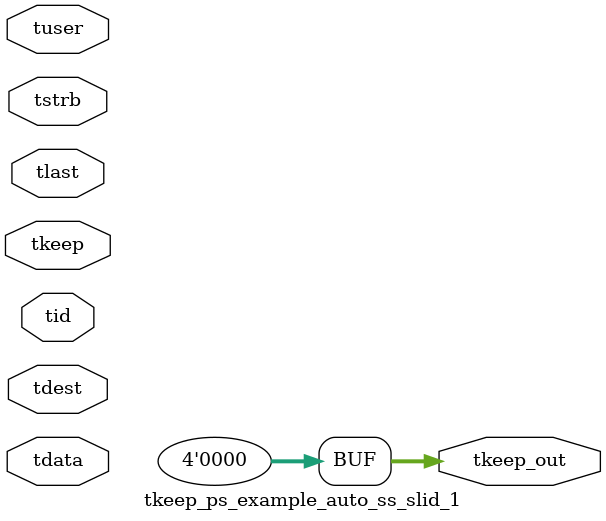
<source format=v>


`timescale 1ps/1ps

module tkeep_ps_example_auto_ss_slid_1 #
(
parameter C_S_AXIS_TDATA_WIDTH = 32,
parameter C_S_AXIS_TUSER_WIDTH = 0,
parameter C_S_AXIS_TID_WIDTH   = 0,
parameter C_S_AXIS_TDEST_WIDTH = 0,
parameter C_M_AXIS_TDATA_WIDTH = 32
)
(
input  [(C_S_AXIS_TDATA_WIDTH == 0 ? 1 : C_S_AXIS_TDATA_WIDTH)-1:0     ] tdata,
input  [(C_S_AXIS_TUSER_WIDTH == 0 ? 1 : C_S_AXIS_TUSER_WIDTH)-1:0     ] tuser,
input  [(C_S_AXIS_TID_WIDTH   == 0 ? 1 : C_S_AXIS_TID_WIDTH)-1:0       ] tid,
input  [(C_S_AXIS_TDEST_WIDTH == 0 ? 1 : C_S_AXIS_TDEST_WIDTH)-1:0     ] tdest,
input  [(C_S_AXIS_TDATA_WIDTH/8)-1:0 ] tkeep,
input  [(C_S_AXIS_TDATA_WIDTH/8)-1:0 ] tstrb,
input                                                                    tlast,
output [(C_M_AXIS_TDATA_WIDTH/8)-1:0 ] tkeep_out
);

assign tkeep_out = {1'b0};

endmodule


</source>
